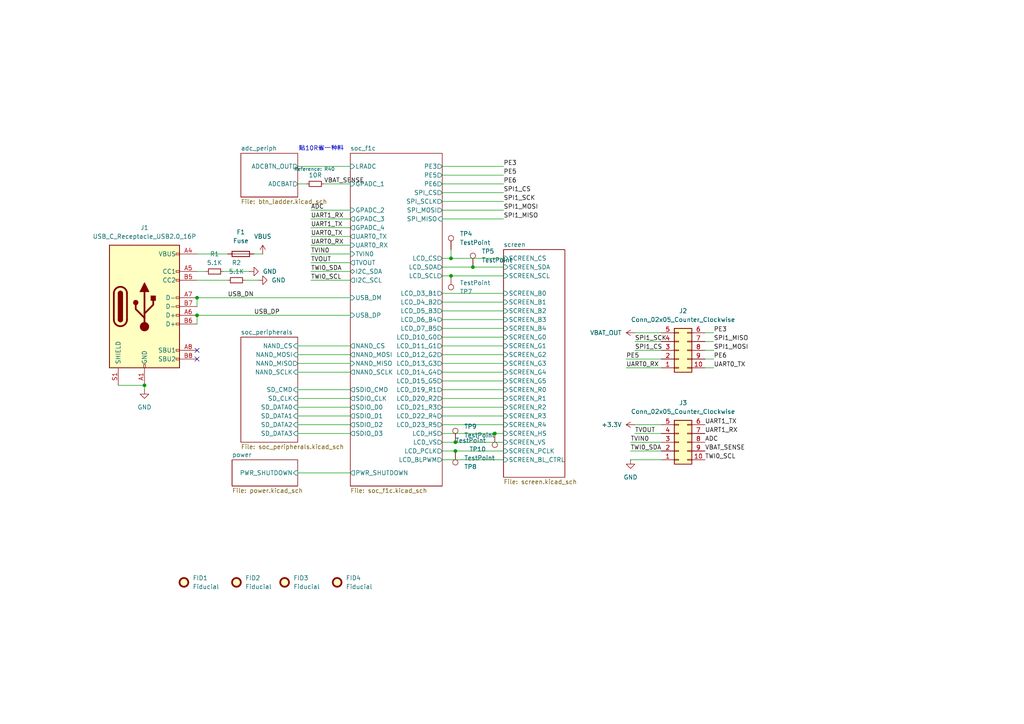
<source format=kicad_sch>
(kicad_sch (version 20250114) (generator "eeschema") (generator_version "9.0")
  (paper "A4")
  (title_block (title "明日方舟电子通行证") (date "2025-11-26") (rev "V0.3.1") (company "Shirogane Tsumugi") (comment 1 "V0.3 添加屏幕兼容接口，添加SD卡槽，优化布线") (comment 2 "V0.3.1 BUG修复") (comment 3 "土豆、星语Studio、爱莉希雅、所有复刻群友的支持！") (comment 4 "V0.3.2 生产优化。特别感谢：（不分先后）和光、薄云、烟雨、WXNA、"))
  (lib_symbols
    (symbol "Connector:TestPoint" (pin_numbers (hide yes)) (pin_names (offset 0.762) (hide yes))
      (property "Reference" "TP" (at 0 6.858 0))
      (property "Value" "TestPoint" (at 0 5.08 0))
      (symbol "TestPoint_0_1"
        (circle (center 0 3.302) (radius 0.762))
      )
      (symbol "TestPoint_1_1"
        (pin passive line (at 0 0 90) (length 2.54) (name "1") (number "1"))
      )
    )
    (symbol "Connector:USB_C_Receptacle_USB2.0_16P" (pin_names (offset 1.016))
      (property "Reference" "J" (at 0 22.225 0))
      (property "Value" "USB_C_Receptacle_USB2.0_16P" (at 0 19.685 0))
      (symbol "USB_C_Receptacle_USB2.0_16P_0_0"
        (rectangle (start -0.254 -17.78) (end 0.254 -16.764))
        (rectangle (start 10.16 15.494) (end 9.144 14.986))
        (rectangle (start 10.16 10.414) (end 9.144 9.906))
        (rectangle (start 10.16 7.874) (end 9.144 7.366))
        (rectangle (start 10.16 2.794) (end 9.144 2.286))
        (rectangle (start 10.16 0.254) (end 9.144 -0.254))
        (rectangle (start 10.16 -2.286) (end 9.144 -2.794))
        (rectangle (start 10.16 -4.826) (end 9.144 -5.334))
        (rectangle (start 10.16 -12.446) (end 9.144 -12.954))
        (rectangle (start 10.16 -14.986) (end 9.144 -15.494))
      )
      (symbol "USB_C_Receptacle_USB2.0_16P_0_1"
        (rectangle (start -10.16 17.78) (end 10.16 -17.78) (stroke (width 0.254)) (fill (type background)))
        (polyline (pts (xy -8.89 -3.81) (xy -8.89 3.81)) (stroke (width 0.508)))
        (rectangle (start -7.62 -3.81) (end -6.35 3.81) (stroke (width 0.254)) (fill (type outline)))
        (arc (start -7.62 3.81) (mid -6.985 4.4423) (end -6.35 3.81) (stroke (width 0.254)))
        (arc (start -7.62 3.81) (mid -6.985 4.4423) (end -6.35 3.81) (stroke (width 0.254)) (fill (type outline)))
        (arc (start -8.89 3.81) (mid -6.985 5.7067) (end -5.08 3.81) (stroke (width 0.508)))
        (arc (start -5.08 -3.81) (mid -6.985 -5.7067) (end -8.89 -3.81) (stroke (width 0.508)))
        (arc (start -6.35 -3.81) (mid -6.985 -4.4423) (end -7.62 -3.81) (stroke (width 0.254)))
        (arc (start -6.35 -3.81) (mid -6.985 -4.4423) (end -7.62 -3.81) (stroke (width 0.254)) (fill (type outline)))
        (polyline (pts (xy -5.08 3.81) (xy -5.08 -3.81)) (stroke (width 0.508)))
        (circle (center -2.54 1.143) (radius 0.635) (stroke (width 0.254)) (fill (type outline)))
        (polyline (pts (xy -1.27 4.318) (xy 0 6.858) (xy 1.27 4.318) (xy -1.27 4.318)) (stroke (width 0.254)) (fill (type outline)))
        (polyline (pts (xy 0 -2.032) (xy 2.54 0.508) (xy 2.54 1.778)) (stroke (width 0.508)))
        (polyline (pts (xy 0 -3.302) (xy -2.54 -0.762) (xy -2.54 0.508)) (stroke (width 0.508)))
        (polyline (pts (xy 0 -5.842) (xy 0 4.318)) (stroke (width 0.508)))
        (circle (center 0 -5.842) (radius 1.27) (fill (type outline)))
        (rectangle (start 1.905 1.778) (end 3.175 3.048) (stroke (width 0.254)) (fill (type outline)))
      )
      (symbol "USB_C_Receptacle_USB2.0_16P_1_1"
        (pin passive line (at -7.62 -22.86 90) (length 5.08) (name "SHIELD") (number "S1"))
        (pin passive line (at 0 -22.86 90) (length 5.08) (name "GND") (number "A1"))
        (pin passive line (at 0 -22.86 90) (length 5.08) (hide yes) (name "GND") (number "A12"))
        (pin passive line (at 0 -22.86 90) (length 5.08) (hide yes) (name "GND") (number "B1"))
        (pin passive line (at 0 -22.86 90) (length 5.08) (hide yes) (name "GND") (number "B12"))
        (pin passive line (at 15.24 15.24 180) (length 5.08) (name "VBUS") (number "A4"))
        (pin passive line (at 15.24 15.24 180) (length 5.08) (hide yes) (name "VBUS") (number "A9"))
        (pin passive line (at 15.24 15.24 180) (length 5.08) (hide yes) (name "VBUS") (number "B4"))
        (pin passive line (at 15.24 15.24 180) (length 5.08) (hide yes) (name "VBUS") (number "B9"))
        (pin bidirectional line (at 15.24 10.16 180) (length 5.08) (name "CC1") (number "A5"))
        (pin bidirectional line (at 15.24 7.62 180) (length 5.08) (name "CC2") (number "B5"))
        (pin bidirectional line (at 15.24 2.54 180) (length 5.08) (name "D-") (number "A7"))
        (pin bidirectional line (at 15.24 0 180) (length 5.08) (name "D-") (number "B7"))
        (pin bidirectional line (at 15.24 -2.54 180) (length 5.08) (name "D+") (number "A6"))
        (pin bidirectional line (at 15.24 -5.08 180) (length 5.08) (name "D+") (number "B6"))
        (pin bidirectional line (at 15.24 -12.7 180) (length 5.08) (name "SBU1") (number "A8"))
        (pin bidirectional line (at 15.24 -15.24 180) (length 5.08) (name "SBU2") (number "B8"))
      )
    )
    (symbol "Connector_Generic:Conn_02x05_Counter_Clockwise" (pin_names (offset 1.016) (hide yes))
      (property "Reference" "J" (at 1.27 7.62 0))
      (property "Value" "Conn_02x05_Counter_Clockwise" (at 1.27 -7.62 0))
      (symbol "Conn_02x05_Counter_Clockwise_1_1"
        (rectangle (start -1.27 6.35) (end 3.81 -6.35) (stroke (width 0.254)) (fill (type background)))
        (rectangle (start -1.27 5.207) (end 0 4.953) (stroke (width 0.1524)))
        (rectangle (start -1.27 2.667) (end 0 2.413) (stroke (width 0.1524)))
        (rectangle (start -1.27 0.127) (end 0 -0.127) (stroke (width 0.1524)))
        (rectangle (start -1.27 -2.413) (end 0 -2.667) (stroke (width 0.1524)))
        (rectangle (start -1.27 -4.953) (end 0 -5.207) (stroke (width 0.1524)))
        (rectangle (start 3.81 5.207) (end 2.54 4.953) (stroke (width 0.1524)))
        (rectangle (start 3.81 2.667) (end 2.54 2.413) (stroke (width 0.1524)))
        (rectangle (start 3.81 0.127) (end 2.54 -0.127) (stroke (width 0.1524)))
        (rectangle (start 3.81 -2.413) (end 2.54 -2.667) (stroke (width 0.1524)))
        (rectangle (start 3.81 -4.953) (end 2.54 -5.207) (stroke (width 0.1524)))
        (pin passive line (at -5.08 5.08 0) (length 3.81) (name "Pin_1") (number "1"))
        (pin passive line (at -5.08 2.54 0) (length 3.81) (name "Pin_2") (number "2"))
        (pin passive line (at -5.08 0 0) (length 3.81) (name "Pin_3") (number "3"))
        (pin passive line (at -5.08 -2.54 0) (length 3.81) (name "Pin_4") (number "4"))
        (pin passive line (at -5.08 -5.08 0) (length 3.81) (name "Pin_5") (number "5"))
        (pin passive line (at 7.62 5.08 180) (length 3.81) (name "Pin_10") (number "10"))
        (pin passive line (at 7.62 2.54 180) (length 3.81) (name "Pin_9") (number "9"))
        (pin passive line (at 7.62 0 180) (length 3.81) (name "Pin_8") (number "8"))
        (pin passive line (at 7.62 -2.54 180) (length 3.81) (name "Pin_7") (number "7"))
        (pin passive line (at 7.62 -5.08 180) (length 3.81) (name "Pin_6") (number "6"))
      )
    )
    (symbol "Device:Fuse" (pin_numbers (hide yes)) (pin_names (offset 0))
      (property "Reference" "F" (at 2.032 0 90))
      (property "Value" "Fuse" (at -1.905 0 90))
      (symbol "Fuse_0_1"
        (rectangle (start -0.762 -2.54) (end 0.762 2.54) (stroke (width 0.254)))
        (polyline (pts (xy 0 2.54) (xy 0 -2.54)))
      )
      (symbol "Fuse_1_1"
        (pin passive line (at 0 3.81 270) (length 1.27) (name "~") (number "1"))
        (pin passive line (at 0 -3.81 90) (length 1.27) (name "~") (number "2"))
      )
    )
    (symbol "Device:R_Small" (pin_numbers (hide yes)) (pin_names (offset 0.254) (hide yes))
      (property "Reference" "R" (at 0 0 90))
      (property "Value" "R_Small" (at 1.778 0 90))
      (symbol "R_Small_0_1"
        (rectangle (start -0.762 1.778) (end 0.762 -1.778) (stroke (width 0.2032)))
      )
      (symbol "R_Small_1_1"
        (pin passive line (at 0 2.54 270) (length 0.762) (name "~") (number "1"))
        (pin passive line (at 0 -2.54 90) (length 0.762) (name "~") (number "2"))
      )
    )
    (symbol "Mechanical:Fiducial" (in_bom no)
      (property "Reference" "FID" (at 0 5.08 0))
      (property "Value" "Fiducial" (at 0 3.175 0))
      (symbol "Fiducial_0_1"
        (circle (center 0 0) (radius 1.27) (stroke (width 0.508)) (fill (type background)))
      )
    )
    (symbol "power:+3.3V" (power) (pin_numbers (hide yes)) (pin_names (offset 0) (hide yes))
      (property "Value" "+3.3V" (at 0 3.556 0))
      (symbol "+3.3V_0_1"
        (polyline (pts (xy -0.762 1.27) (xy 0 2.54)))
        (polyline (pts (xy 0 2.54) (xy 0.762 1.27)))
        (polyline (pts (xy 0 0) (xy 0 2.54)))
      )
      (symbol "+3.3V_1_1"
        (pin power_in line (at 0 0 90) (length 0) (name "~") (number "1"))
      )
    )
    (symbol "power:GND" (power) (pin_numbers (hide yes)) (pin_names (offset 0) (hide yes))
      (property "Value" "GND" (at 0 -3.81 0))
      (symbol "GND_0_1"
        (polyline (pts (xy 0 0) (xy 0 -1.27) (xy 1.27 -1.27) (xy 0 -2.54) (xy -1.27 -1.27) (xy 0 -1.27)))
      )
      (symbol "GND_1_1"
        (pin power_in line (at 0 0 270) (length 0) (name "~") (number "1"))
      )
    )
    (symbol "power:VBUS" (power) (pin_numbers (hide yes)) (pin_names (offset 0) (hide yes))
      (property "Value" "VBUS" (at 0 3.556 0))
      (symbol "VBUS_0_1"
        (polyline (pts (xy -0.762 1.27) (xy 0 2.54)))
        (polyline (pts (xy 0 2.54) (xy 0.762 1.27)))
        (polyline (pts (xy 0 0) (xy 0 2.54)))
      )
      (symbol "VBUS_1_1"
        (pin power_in line (at 0 0 90) (length 0) (name "~") (number "1"))
      )
    )
  )
  (text "贴10R省一种料" (at 93.218 43.18 0) (effects (font (size 1.27 1.27))))
  (junction (at 143.51 125.73))
  (junction (at 132.08 130.81))
  (junction (at 41.91 111.76))
  (junction (at 130.81 80.01))
  (junction (at 57.15 86.36))
  (junction (at 137.16 77.47))
  (junction (at 57.15 91.44))
  (junction (at 132.08 128.27))
  (junction (at 130.81 74.93))
  (no_connect (at 57.15 101.6))
  (no_connect (at 57.15 104.14))
  (wire (pts (xy 86.36 102.87) (xy 101.6 102.87)))
  (wire (pts (xy 76.2 73.66) (xy 73.66 73.66)))
  (wire (pts (xy 130.81 72.39) (xy 130.81 74.93)))
  (wire (pts (xy 128.27 53.34) (xy 146.05 53.34)))
  (wire (pts (xy 86.36 100.33) (xy 101.6 100.33)))
  (wire (pts (xy 184.15 125.73) (xy 191.77 125.73)))
  (wire (pts (xy 90.17 78.74) (xy 101.6 78.74)))
  (wire (pts (xy 128.27 130.81) (xy 132.08 130.81)))
  (wire (pts (xy 207.01 106.68) (xy 204.47 106.68)))
  (wire (pts (xy 86.36 107.95) (xy 101.6 107.95)))
  (wire (pts (xy 86.36 105.41) (xy 101.6 105.41)))
  (wire (pts (xy 86.36 115.57) (xy 101.6 115.57)))
  (wire (pts (xy 128.27 125.73) (xy 143.51 125.73)))
  (wire (pts (xy 184.15 123.19) (xy 191.77 123.19)))
  (wire (pts (xy 90.17 73.66) (xy 101.6 73.66)))
  (wire (pts (xy 207.01 99.06) (xy 204.47 99.06)))
  (wire (pts (xy 207.01 104.14) (xy 204.47 104.14)))
  (wire (pts (xy 128.27 85.09) (xy 146.05 85.09)))
  (wire (pts (xy 72.39 78.74) (xy 64.77 78.74)))
  (wire (pts (xy 128.27 110.49) (xy 146.05 110.49)))
  (wire (pts (xy 128.27 55.88) (xy 146.05 55.88)))
  (wire (pts (xy 34.29 111.76) (xy 41.91 111.76)))
  (wire (pts (xy 90.17 68.58) (xy 101.6 68.58)))
  (wire (pts (xy 86.36 53.34) (xy 88.9 53.34)))
  (wire (pts (xy 128.27 74.93) (xy 130.81 74.93)))
  (wire (pts (xy 128.27 95.25) (xy 146.05 95.25)))
  (wire (pts (xy 57.15 91.44) (xy 101.6 91.44)))
  (wire (pts (xy 128.27 97.79) (xy 146.05 97.79)))
  (wire (pts (xy 57.15 91.44) (xy 57.15 93.98)))
  (wire (pts (xy 128.27 102.87) (xy 146.05 102.87)))
  (wire (pts (xy 128.27 87.63) (xy 146.05 87.63)))
  (wire (pts (xy 184.15 99.06) (xy 191.77 99.06)))
  (wire (pts (xy 128.27 100.33) (xy 146.05 100.33)))
  (wire (pts (xy 86.36 125.73) (xy 101.6 125.73)))
  (wire (pts (xy 41.91 113.03) (xy 41.91 111.76)))
  (wire (pts (xy 181.61 106.68) (xy 191.77 106.68)))
  (wire (pts (xy 132.08 128.27) (xy 146.05 128.27)))
  (wire (pts (xy 90.17 71.12) (xy 101.6 71.12)))
  (wire (pts (xy 128.27 60.96) (xy 146.05 60.96)))
  (wire (pts (xy 57.15 73.66) (xy 66.04 73.66)))
  (wire (pts (xy 128.27 107.95) (xy 146.05 107.95)))
  (wire (pts (xy 128.27 63.5) (xy 146.05 63.5)))
  (wire (pts (xy 207.01 101.6) (xy 204.47 101.6)))
  (wire (pts (xy 86.36 48.26) (xy 101.6 48.26)))
  (wire (pts (xy 181.61 104.14) (xy 191.77 104.14)))
  (wire (pts (xy 86.36 137.16) (xy 101.6 137.16)))
  (wire (pts (xy 57.15 81.28) (xy 66.04 81.28)))
  (wire (pts (xy 182.88 133.35) (xy 191.77 133.35)))
  (wire (pts (xy 207.01 96.52) (xy 204.47 96.52)))
  (wire (pts (xy 143.51 125.73) (xy 146.05 125.73)))
  (wire (pts (xy 86.36 120.65) (xy 101.6 120.65)))
  (wire (pts (xy 86.36 123.19) (xy 101.6 123.19)))
  (wire (pts (xy 128.27 120.65) (xy 146.05 120.65)))
  (wire (pts (xy 128.27 105.41) (xy 146.05 105.41)))
  (wire (pts (xy 128.27 48.26) (xy 146.05 48.26)))
  (wire (pts (xy 93.98 53.34) (xy 101.6 53.34)))
  (wire (pts (xy 128.27 50.8) (xy 146.05 50.8)))
  (wire (pts (xy 128.27 133.35) (xy 146.05 133.35)))
  (wire (pts (xy 86.36 113.03) (xy 101.6 113.03)))
  (wire (pts (xy 90.17 63.5) (xy 101.6 63.5)))
  (wire (pts (xy 86.36 118.11) (xy 101.6 118.11)))
  (wire (pts (xy 184.15 96.52) (xy 191.77 96.52)))
  (wire (pts (xy 128.27 92.71) (xy 146.05 92.71)))
  (wire (pts (xy 137.16 77.47) (xy 146.05 77.47)))
  (wire (pts (xy 90.17 76.2) (xy 101.6 76.2)))
  (wire (pts (xy 128.27 77.47) (xy 137.16 77.47)))
  (wire (pts (xy 182.88 128.27) (xy 191.77 128.27)))
  (wire (pts (xy 74.93 81.28) (xy 71.12 81.28)))
  (wire (pts (xy 90.17 81.28) (xy 101.6 81.28)))
  (wire (pts (xy 128.27 113.03) (xy 146.05 113.03)))
  (wire (pts (xy 128.27 90.17) (xy 146.05 90.17)))
  (wire (pts (xy 57.15 78.74) (xy 59.69 78.74)))
  (wire (pts (xy 57.15 86.36) (xy 57.15 88.9)))
  (wire (pts (xy 128.27 128.27) (xy 132.08 128.27)))
  (wire (pts (xy 90.17 60.96) (xy 101.6 60.96)))
  (wire (pts (xy 184.15 101.6) (xy 191.77 101.6)))
  (wire (pts (xy 128.27 80.01) (xy 130.81 80.01)))
  (wire (pts (xy 128.27 123.19) (xy 146.05 123.19)))
  (wire (pts (xy 182.88 130.81) (xy 191.77 130.81)))
  (wire (pts (xy 132.08 130.81) (xy 146.05 130.81)))
  (wire (pts (xy 128.27 115.57) (xy 146.05 115.57)))
  (wire (pts (xy 57.15 86.36) (xy 101.6 86.36)))
  (wire (pts (xy 130.81 80.01) (xy 146.05 80.01)))
  (wire (pts (xy 128.27 58.42) (xy 146.05 58.42)))
  (wire (pts (xy 128.27 118.11) (xy 146.05 118.11)))
  (wire (pts (xy 90.17 66.04) (xy 101.6 66.04)))
  (wire (pts (xy 130.81 74.93) (xy 146.05 74.93)))
  (label "TWI0_SDA" (at 182.88 130.81 0))
  (label "TVIN0" (at 182.88 128.27 0))
  (label "SPI1_SCK" (at 184.15 99.06 0))
  (label "PE5" (at 181.61 104.14 0))
  (label "SPI1_MISO" (at 207.01 99.06 0))
  (label "PE3" (at 146.05 48.26 0))
  (label "PE6" (at 207.01 104.14 0))
  (label "ADC" (at 90.17 60.96 0))
  (label "USB_DN" (at 66.04 86.36 0))
  (label "UART0_RX" (at 181.61 106.68 0))
  (label "USB_DP" (at 73.66 91.44 0))
  (label "UART0_TX" (at 90.17 68.58 0))
  (label "SPI1_SCK" (at 146.05 58.42 0))
  (label "SPI1_MOSI" (at 207.01 101.6 0))
  (label "TVOUT" (at 90.17 76.2 0))
  (label "UART1_TX" (at 90.17 66.04 0))
  (label "ADC" (at 204.47 128.27 0))
  (label "UART0_RX" (at 90.17 71.12 0))
  (label "TVOUT" (at 184.15 125.73 0))
  (label "TVIN0" (at 90.17 73.66 0))
  (label "UART1_RX" (at 90.17 63.5 0))
  (label "VBAT_SENSE" (at 93.98 53.34 0))
  (label "TWI0_SDA" (at 90.17 78.74 0))
  (label "UART1_TX" (at 204.47 123.19 0))
  (label "SPI1_MISO" (at 146.05 63.5 0))
  (label "PE5" (at 146.05 50.8 0))
  (label "VBAT_SENSE" (at 204.47 130.81 0))
  (label "SPI1_CS" (at 184.15 101.6 0))
  (label "UART0_TX" (at 207.01 106.68 0))
  (label "TWI0_SCL" (at 204.47 133.35 0))
  (label "UART1_RX" (at 204.47 125.73 0))
  (label "PE6" (at 146.05 53.34 0))
  (label "SPI1_MOSI" (at 146.05 60.96 0))
  (label "TWI0_SCL" (at 90.17 81.28 0))
  (label "SPI1_CS" (at 146.05 55.88 0))
  (label "PE3" (at 207.01 96.52 0))
  (symbol (lib_id "Connector:USB_C_Receptacle_USB2.0_16P") (at 41.91 88.9 0) (unit 1)
    (property "Reference" "J1" (at 41.91 66.04 0))
    (property "Value" "USB_C_Receptacle_USB2.0_16P" (at 41.91 68.58 0))
    (property "Footprint" "Connector_USB:USB_C_Receptacle_HCTL_HC-TYPE-C-16P-01A" (effects (hide yes)))
    (property "Datasheet" "https://www.usb.org/sites/default/files/documents/usb_type-c.zip" (effects (hide yes)))
    (property "Description" "USB 2.0-only 16P Type-C Receptacle connector" (effects (hide yes)))
  )
  (symbol (lib_id "power:VBUS") (at 76.2 73.66 0) (unit 1)
    (property "Reference" "#PWR02" (effects (hide yes)))
    (property "Value" "VBUS" (at 76.2 68.58 0))
    (property "Description" "Power symbol creates a global label with name \"VBUS\"" (effects (hide yes)))
  )
  (symbol (lib_id "Connector:TestPoint") (at 132.08 130.81 0) (mirror x) (unit 1)
    (property "Reference" "TP8" (at 134.62 135.3821 0) (effects (justify left)))
    (property "Value" "TestPoint" (at 134.62 132.8421 0) (effects (justify left)))
    (property "Footprint" "TestPoint:TestPoint_Pad_D1.5mm" (effects (hide yes)))
    (property "Description" "test point" (effects (hide yes)))
  )
  (symbol (lib_id "Connector:TestPoint") (at 143.51 125.73 180) (unit 1)
    (property "Reference" "TP10" (at 140.97 130.3021 0) (effects (justify left)))
    (property "Value" "TestPoint" (at 140.97 127.7621 0) (effects (justify left)))
    (property "Footprint" "TestPoint:TestPoint_Pad_D1.5mm" (effects (hide yes)))
    (property "Description" "test point" (effects (hide yes)))
  )
  (symbol (lib_id "Connector:TestPoint") (at 130.81 72.39 0) (unit 1)
    (property "Reference" "TP4" (at 133.35 67.8179 0) (effects (justify left)))
    (property "Value" "TestPoint" (at 133.35 70.3579 0) (effects (justify left)))
    (property "Footprint" "TestPoint:TestPoint_Pad_D1.5mm" (effects (hide yes)))
    (property "Description" "test point" (effects (hide yes)))
  )
  (symbol (lib_id "Device:Fuse") (at 69.85 73.66 90) (unit 1)
    (property "Reference" "F1" (at 69.85 67.31 90))
    (property "Value" "Fuse" (at 69.85 69.85 90))
    (property "Footprint" "Fuse:Fuse_0805_2012Metric" (effects (hide yes)))
    (property "Description" "Fuse" (effects (hide yes)))
  )
  (symbol (lib_id "Connector_Generic:Conn_02x05_Counter_Clockwise") (at 196.85 101.6 0) (mirror x) (unit 1)
    (property "Reference" "J2" (at 198.12 90.17 0))
    (property "Value" "Conn_02x05_Counter_Clockwise" (at 198.12 92.71 0))
    (property "Footprint" "EasyEDA:HDR-SMD_10P-P2.54-H-F-R2-C5-W8.5" (effects (hide yes)))
    (property "Description" "Generic connector, double row, 02x05, counter clockwise pin numbering scheme (similar to DIP package numbering), script generated (kicad-library-utils/schlib/autogen/connector/)" (effects (hide yes)))
  )
  (symbol (lib_id "Mechanical:Fiducial") (at 97.79 168.91 0) (unit 1) (in_bom no)
    (property "Reference" "FID4" (at 100.33 167.6399 0) (effects (justify left)))
    (property "Value" "Fiducial" (at 100.33 170.1799 0) (effects (justify left)))
    (property "Footprint" "shirogane:Fiducial_1mm_Mask3mm" (effects (hide yes)))
    (property "Description" "Fiducial Marker" (effects (hide yes)))
  )
  (symbol (lib_id "power:VBUS") (at 184.15 96.52 90) (mirror x) (unit 1)
    (property "Reference" "#PWR05" (effects (hide yes)))
    (property "Value" "VBAT_OUT" (at 180.34 96.5199 90) (effects (justify left)))
    (property "Description" "Power symbol creates a global label with name \"VBUS\"" (effects (hide yes)))
  )
  (symbol (lib_id "Connector:TestPoint") (at 130.81 80.01 0) (mirror x) (unit 1)
    (property "Reference" "TP7" (at 133.35 84.5821 0) (effects (justify left)))
    (property "Value" "TestPoint" (at 133.35 82.0421 0) (effects (justify left)))
    (property "Footprint" "TestPoint:TestPoint_Pad_D1.5mm" (effects (hide yes)))
    (property "Description" "test point" (effects (hide yes)))
  )
  (symbol (lib_id "power:GND") (at 74.93 81.28 90) (mirror x) (unit 1)
    (property "Reference" "#PWR04" (effects (hide yes)))
    (property "Value" "GND" (at 78.74 81.28 90) (effects (justify right)))
    (property "Description" "Power symbol creates a global label with name \"GND\" , ground" (effects (hide yes)))
  )
  (symbol (lib_id "power:GND") (at 72.39 78.74 90) (mirror x) (unit 1)
    (property "Reference" "#PWR03" (effects (hide yes)))
    (property "Value" "GND" (at 76.2 78.74 90) (effects (justify right)))
    (property "Description" "Power symbol creates a global label with name \"GND\" , ground" (effects (hide yes)))
  )
  (symbol (lib_id "power:GND") (at 182.88 133.35 0) (unit 1)
    (property "Reference" "#PWR07" (effects (hide yes)))
    (property "Value" "GND" (at 182.88 138.43 0))
    (property "Description" "Power symbol creates a global label with name \"GND\" , ground" (effects (hide yes)))
  )
  (symbol (lib_id "Mechanical:Fiducial") (at 53.34 168.91 0) (unit 1) (in_bom no)
    (property "Reference" "FID1" (at 55.88 167.6399 0) (effects (justify left)))
    (property "Value" "Fiducial" (at 55.88 170.1799 0) (effects (justify left)))
    (property "Footprint" "shirogane:Fiducial_1mm_Mask3mm" (effects (hide yes)))
    (property "Description" "Fiducial Marker" (effects (hide yes)))
  )
  (symbol (lib_id "Connector_Generic:Conn_02x05_Counter_Clockwise") (at 196.85 128.27 0) (mirror x) (unit 1)
    (property "Reference" "J3" (at 198.12 116.84 0))
    (property "Value" "Conn_02x05_Counter_Clockwise" (at 198.12 119.38 0))
    (property "Footprint" "EasyEDA:HDR-SMD_10P-P2.54-H-F-R2-C5-W8.5" (effects (hide yes)))
    (property "Description" "Generic connector, double row, 02x05, counter clockwise pin numbering scheme (similar to DIP package numbering), script generated (kicad-library-utils/schlib/autogen/connector/)" (effects (hide yes)))
  )
  (symbol (lib_id "power:GND") (at 41.91 113.03 0) (unit 1)
    (property "Reference" "#PWR01" (effects (hide yes)))
    (property "Value" "GND" (at 41.91 118.11 0))
    (property "Description" "Power symbol creates a global label with name \"GND\" , ground" (effects (hide yes)))
  )
  (symbol (lib_id "Device:R_Small") (at 62.23 78.74 90) (unit 1)
    (property "Reference" "R1" (at 62.23 73.66 90))
    (property "Value" "5.1K" (at 62.23 76.2 90))
    (property "Footprint" "Resistor_SMD:R_0603_1608Metric" (effects (hide yes)))
    (property "Description" "Resistor, small symbol" (effects (hide yes)))
  )
  (symbol (lib_id "power:+3.3V") (at 184.15 123.19 90) (mirror x) (unit 1)
    (property "Reference" "#PWR06" (effects (hide yes)))
    (property "Value" "+3.3V" (at 180.34 123.1899 90) (effects (justify left)))
    (property "Description" "Power symbol creates a global label with name \"+3.3V\"" (effects (hide yes)))
  )
  (symbol (lib_id "Device:R_Small") (at 91.44 53.34 270) (unit 1)
    (property "Reference" "R40" (at 91.186 49.022 90) (show_name yes) (effects (font (size 1.016 1.016))))
    (property "Value" "10R" (at 91.44 50.8 90))
    (property "Footprint" "Resistor_SMD:R_0603_1608Metric" (effects (hide yes)))
    (property "Description" "Resistor, small symbol" (effects (hide yes)))
  )
  (symbol (lib_id "Device:R_Small") (at 68.58 81.28 90) (unit 1)
    (property "Reference" "R2" (at 68.58 76.2 90))
    (property "Value" "5.1K" (at 68.58 78.74 90))
    (property "Footprint" "Resistor_SMD:R_0603_1608Metric" (effects (hide yes)))
    (property "Description" "Resistor, small symbol" (effects (hide yes)))
  )
  (symbol (lib_id "Mechanical:Fiducial") (at 68.58 168.91 0) (unit 1) (in_bom no)
    (property "Reference" "FID2" (at 71.12 167.6399 0) (effects (justify left)))
    (property "Value" "Fiducial" (at 71.12 170.1799 0) (effects (justify left)))
    (property "Footprint" "shirogane:Fiducial_1mm_Mask3mm" (effects (hide yes)))
    (property "Description" "Fiducial Marker" (effects (hide yes)))
  )
  (symbol (lib_id "Mechanical:Fiducial") (at 82.55 168.91 0) (unit 1) (in_bom no)
    (property "Reference" "FID3" (at 85.09 167.6399 0) (effects (justify left)))
    (property "Value" "Fiducial" (at 85.09 170.1799 0) (effects (justify left)))
    (property "Footprint" "shirogane:Fiducial_1mm_Mask3mm" (effects (hide yes)))
    (property "Description" "Fiducial Marker" (effects (hide yes)))
  )
  (symbol (lib_id "Connector:TestPoint") (at 132.08 128.27 0) (unit 1)
    (property "Reference" "TP9" (at 134.62 123.6979 0) (effects (justify left)))
    (property "Value" "TestPoint" (at 134.62 126.2379 0) (effects (justify left)))
    (property "Footprint" "TestPoint:TestPoint_Pad_D1.5mm" (effects (hide yes)))
    (property "Description" "test point" (effects (hide yes)))
  )
  (symbol (lib_id "Connector:TestPoint") (at 137.16 77.47 0) (unit 1)
    (property "Reference" "TP5" (at 139.7 72.8979 0) (effects (justify left)))
    (property "Value" "TestPoint" (at 139.7 75.4379 0) (effects (justify left)))
    (property "Footprint" "TestPoint:TestPoint_Pad_D1.5mm" (effects (hide yes)))
    (property "Description" "test point" (effects (hide yes)))
  )
  (sheet (at 69.85 44.45) (size 16.51 12.7) (stroke (width 0.1524))
    (property "Sheetname" "adc_periph" (at 69.85 43.7384 0) (effects (justify left bottom)))
    (property "Sheetfile" "btn_ladder.kicad_sch" (at 69.85 57.7346 0) (effects (justify left top)))
    (pin "ADCBTN_OUT" output (at 86.36 48.26 0))
    (pin "ADCBAT" output (at 86.36 53.34 0))
  )
  (sheet (at 101.6 44.45) (size 26.67 96.52) (stroke (width 0.1524))
    (property "Sheetname" "soc_f1c" (at 101.6 43.7384 0) (effects (justify left bottom)))
    (property "Sheetfile" "soc_f1c.kicad_sch" (at 101.6 141.5546 0) (effects (justify left top)))
    (pin "GPADC_1" input (at 101.6 53.34 180))
    (pin "GPADC_2" input (at 101.6 60.96 180))
    (pin "LRADC" input (at 101.6 48.26 180))
    (pin "LCD_D20_R2" output (at 128.27 115.57 0))
    (pin "LCD_D14_G4" output (at 128.27 107.95 0))
    (pin "LCD_D5_B3" output (at 128.27 90.17 0))
    (pin "LCD_D7_B5" output (at 128.27 95.25 0))
    (pin "LCD_D19_R1" output (at 128.27 113.03 0))
    (pin "LCD_D3_B1" output (at 128.27 85.09 0))
    (pin "LCD_D22_R4" output (at 128.27 120.65 0))
    (pin "LCD_PCLK" output (at 128.27 130.81 0))
    (pin "LCD_D6_B4" output (at 128.27 92.71 0))
    (pin "LCD_D10_G0" output (at 128.27 97.79 0))
    (pin "LCD_D13_G3" output (at 128.27 105.41 0))
    (pin "LCD_VS" output (at 128.27 128.27 0))
    (pin "LCD_D15_G5" output (at 128.27 110.49 0))
    (pin "LCD_D11_G1" output (at 128.27 100.33 0))
    (pin "LCD_D4_B2" output (at 128.27 87.63 0))
    (pin "LCD_D21_R3" output (at 128.27 118.11 0))
    (pin "LCD_HS" output (at 128.27 125.73 0))
    (pin "LCD_D12_G2" output (at 128.27 102.87 0))
    (pin "LCD_D23_R5" output (at 128.27 123.19 0))
    (pin "LCD_SDA" output (at 128.27 77.47 0))
    (pin "LCD_CS" output (at 128.27 74.93 0))
    (pin "LCD_BLPWM" output (at 128.27 133.35 0))
    (pin "LCD_SCL" output (at 128.27 80.01 0))
    (pin "TVOUT" output (at 101.6 76.2 180))
    (pin "TVIN0" input (at 101.6 73.66 180))
    (pin "USB_DP" input (at 101.6 91.44 180))
    (pin "USB_DM" input (at 101.6 86.36 180))
    (pin "UART0_RX" input (at 101.6 71.12 180))
    (pin "NAND_SCLK" output (at 101.6 107.95 180))
    (pin "I2C_SCL" output (at 101.6 81.28 180))
    (pin "GPADC_4" output (at 101.6 66.04 180))
    (pin "GPADC_3" output (at 101.6 63.5 180))
    (pin "NAND_MISO" input (at 101.6 105.41 180))
    (pin "NAND_CS" output (at 101.6 100.33 180))
    (pin "NAND_MOSI" output (at 101.6 102.87 180))
    (pin "UART0_TX" output (at 101.6 68.58 180))
    (pin "SDIO_D0" output (at 101.6 118.11 180))
    (pin "SDIO_CLK" output (at 101.6 115.57 180))
    (pin "SDIO_D3" output (at 101.6 125.73 180))
    (pin "SDIO_CMD" output (at 101.6 113.03 180))
    (pin "SDIO_D1" output (at 101.6 120.65 180))
    (pin "SDIO_D2" output (at 101.6 123.19 180))
    (pin "I2C_SDA" bidirectional (at 101.6 78.74 180))
    (pin "SPI_CS" output (at 128.27 55.88 0))
    (pin "SPI_SCLK" output (at 128.27 58.42 0))
    (pin "PE5" output (at 128.27 50.8 0))
    (pin "SPI_MOSI" output (at 128.27 60.96 0))
    (pin "SPI_MISO" input (at 128.27 63.5 0))
    (pin "PE6" output (at 128.27 53.34 0))
    (pin "PWR_SHUTDOWN" output (at 101.6 137.16 180))
    (pin "PE3" output (at 128.27 48.26 0))
  )
  (sheet (at 69.85 97.79) (size 16.51 30.48) (stroke (width 0.1524))
    (property "Sheetname" "soc_peripherals" (at 69.85 97.0784 0) (effects (justify left bottom)))
    (property "Sheetfile" "soc_peripherals.kicad_sch" (at 69.85 128.8546 0) (effects (justify left top)))
    (pin "NAND_SCLK" input (at 86.36 107.95 0))
    (pin "NAND_CS" input (at 86.36 100.33 0))
    (pin "NAND_MOSI" input (at 86.36 102.87 0))
    (pin "NAND_MISO" output (at 86.36 105.41 0))
    (pin "SD_DATA1" input (at 86.36 120.65 0))
    (pin "SD_CLK" input (at 86.36 115.57 0))
    (pin "SD_CMD" input (at 86.36 113.03 0))
    (pin "SD_DATA2" input (at 86.36 123.19 0))
    (pin "SD_DATA3" input (at 86.36 125.73 0))
    (pin "SD_DATA0" input (at 86.36 118.11 0))
  )
  (sheet (at 67.31 133.35) (size 19.05 7.62) (stroke (width 0.1524))
    (property "Sheetname" "power" (at 67.31 132.6384 0) (effects (justify left bottom)))
    (property "Sheetfile" "power.kicad_sch" (at 67.31 141.5546 0) (effects (justify left top)))
    (pin "PWR_SHUTDOWN" input (at 86.36 137.16 0))
  )
  (sheet (at 146.05 72.39) (size 17.78 66.04) (stroke (width 0.1524))
    (property "Sheetname" "screen" (at 146.05 71.6784 0) (effects (justify left bottom)))
    (property "Sheetfile" "screen.kicad_sch" (at 146.05 139.0146 0) (effects (justify left top)))
    (pin "SCREEN_SDA" input (at 146.05 77.47 180))
    (pin "SCREEN_B3" input (at 146.05 92.71 180))
    (pin "SCREEN_R4" input (at 146.05 123.19 180))
    (pin "SCREEN_G1" input (at 146.05 100.33 180))
    (pin "SCREEN_B1" input (at 146.05 87.63 180))
    (pin "SCREEN_G5" input (at 146.05 110.49 180))
    (pin "SCREEN_B2" input (at 146.05 90.17 180))
    (pin "SCREEN_R1" input (at 146.05 115.57 180))
    (pin "SCREEN_R0" input (at 146.05 113.03 180))
    (pin "SCREEN_R3" input (at 146.05 120.65 180))
    (pin "SCREEN_G2" input (at 146.05 102.87 180))
    (pin "SCREEN_SCL" input (at 146.05 80.01 180))
    (pin "SCREEN_G0" input (at 146.05 97.79 180))
    (pin "SCREEN_B0" input (at 146.05 85.09 180))
    (pin "SCREEN_VS" input (at 146.05 128.27 180))
    (pin "SCREEN_G3" input (at 146.05 105.41 180))
    (pin "SCREEN_PCLK" input (at 146.05 130.81 180))
    (pin "SCREEN_CS" input (at 146.05 74.93 180))
    (pin "SCREEN_B4" input (at 146.05 95.25 180))
    (pin "SCREEN_G4" input (at 146.05 107.95 180))
    (pin "SCREEN_HS" input (at 146.05 125.73 180))
    (pin "SCREEN_R2" input (at 146.05 118.11 180))
    (pin "SCREEN_BL_CTRL" input (at 146.05 133.35 180))
  )
)
</source>
